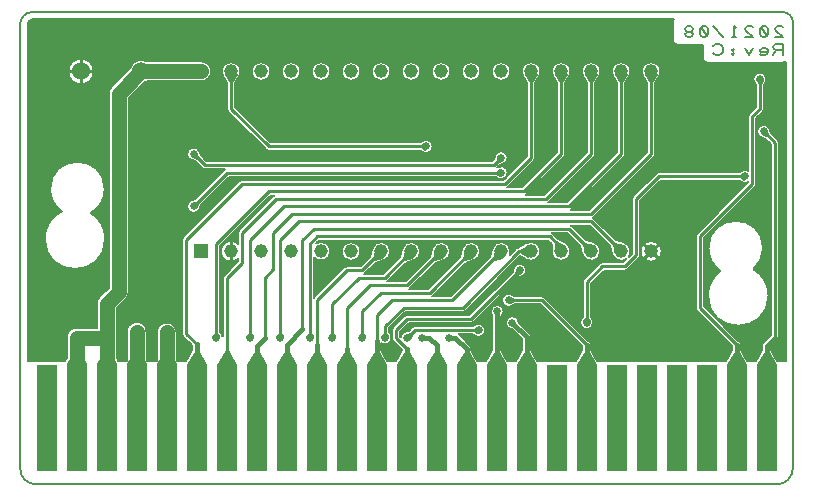
<source format=gbr>
G04 DesignSpark PCB PRO Gerber Version 10.0 Build 5299*
G04 #@! TF.Part,Single*
G04 #@! TF.FileFunction,Copper,L2,Bot*
G04 #@! TF.FilePolarity,Positive*
%FSLAX35Y35*%
%MOIN*%
G04 #@! TA.AperFunction,SMDPad,CuDef*
%ADD28R,0.06693X0.35433*%
G04 #@! TA.AperFunction,ComponentPad*
%ADD72R,0.04559X0.04559*%
G04 #@! TD.AperFunction*
%ADD15C,0.00500*%
%ADD23C,0.01000*%
%ADD24C,0.01500*%
G04 #@! TA.AperFunction,ViaPad*
%ADD27C,0.02677*%
%ADD25C,0.03200*%
G04 #@! TA.AperFunction,ComponentPad*
%ADD73C,0.04559*%
G04 #@! TD.AperFunction*
%ADD22C,0.05000*%
G04 #@! TA.AperFunction,SMDPad,CuDef*
%ADD75C,0.06000*%
G04 #@! TD.AperFunction*
X0Y0D02*
D02*
D15*
X139815Y163109D02*
Y50982D01*
X152327D01*
G75*
G02*
X152416Y51146I2993J-1516D01*
G01*
X152813Y51835D01*
Y58594D01*
G75*
G02*
X156166Y61947I3352J0D01*
G01*
X162813D01*
Y69844D01*
G75*
G02*
X163798Y72218I3352J0D01*
G01*
X166809Y75229D01*
Y139844D01*
G75*
G02*
X167794Y142218I3352J0D01*
G01*
X173949Y148373D01*
G75*
G02*
X179500Y150730I3713J-1028D01*
G01*
X197599D01*
G75*
G02*
X201025Y147378I73J-3352D01*
G01*
G75*
G02*
X197599Y144026I-3353J0D01*
G01*
X179618D01*
G75*
G02*
X178690Y143632I-1956J3319D01*
G01*
X173514Y138456D01*
Y73841D01*
G75*
G02*
X172530Y71467I-3352J0D01*
G01*
X169518Y68456D01*
Y51835D01*
X169915Y51146D01*
G75*
G02*
X170004Y50982I-2904J-1680D01*
G01*
X172813D01*
Y60532D01*
G75*
G02*
Y60559I3333J14D01*
G01*
G75*
G02*
X173795Y62930I3352J0D01*
G01*
X173828Y62963D01*
G75*
G02*
X179518Y60122I2370J-2371D01*
G01*
Y50982D01*
X182813D01*
Y60326D01*
G75*
G02*
X183828Y62728I3352J0D01*
G01*
G75*
G02*
X189535Y60343I2355J-2385D01*
G01*
G75*
G02*
X189518Y60005I-3351J-2D01*
G01*
Y50982D01*
X192592D01*
X194563Y54397D01*
Y56030D01*
X191707Y58887D01*
G75*
G02*
X191309Y59844I955J957D01*
G01*
Y91094D01*
G75*
G02*
X191707Y92052I1352J0D01*
G01*
X210454Y110800D01*
G75*
G02*
X211412Y111197I957J-955D01*
G01*
X298361D01*
X299167Y112002D01*
G75*
G02*
X296606Y111675I-1505J1593D01*
G01*
G75*
G02*
X296566Y111697I640J1189D01*
G01*
X295622Y112242D01*
X206972D01*
X197560Y102830D01*
X197278Y101778D01*
G75*
G02*
X197268Y101740I-1309J352D01*
G01*
G75*
G02*
X192971Y102344I-2106J604D01*
G01*
G75*
G02*
X194557Y104450I2191J0D01*
G01*
G75*
G02*
X194595Y104461I389J-1298D01*
G01*
X195648Y104743D01*
X205454Y114550D01*
G75*
G02*
X205696Y114742I957J-956D01*
G01*
X198912D01*
G75*
G02*
X197954Y115139I0J1352D01*
G01*
X195648Y117446D01*
X194595Y117728D01*
G75*
G02*
X194557Y117739I352J1309D01*
G01*
G75*
G02*
X192971Y119844I604J2106D01*
G01*
G75*
G02*
X197268Y120449I2191J0D01*
G01*
G75*
G02*
X197278Y120411I-1298J-389D01*
G01*
X197560Y119359D01*
X199472Y117447D01*
X294602D01*
X295263Y118109D01*
X295545Y119161D01*
G75*
G02*
X295556Y119199I1309J-352D01*
G01*
G75*
G02*
X299853Y118594I2106J-604D01*
G01*
G75*
G02*
X298266Y116489I-2191J0D01*
G01*
G75*
G02*
X298229Y116478I-389J1298D01*
G01*
X297176Y116196D01*
X296343Y115363D01*
X296566Y115492D01*
G75*
G02*
X296606Y115514I680J-1167D01*
G01*
G75*
G02*
X299254Y112090I1056J-1920D01*
G01*
X306319Y119155D01*
Y143457D01*
X304976Y145783D01*
G75*
G02*
X304540Y147378I2696J1594D01*
G01*
G75*
G02*
X310804I3132J0D01*
G01*
G75*
G02*
X310367Y145783I-3132J0D01*
G01*
X309024Y143457D01*
Y118594D01*
G75*
G02*
X308627Y117637I-1352J0D01*
G01*
X299879Y108889D01*
G75*
G02*
X299637Y108697I-957J956D01*
G01*
X304611D01*
X316319Y120405D01*
Y143457D01*
X314976Y145783D01*
G75*
G02*
X314540Y147378I2696J1594D01*
G01*
G75*
G02*
X320804I3132J0D01*
G01*
G75*
G02*
X320367Y145783I-3132J0D01*
G01*
X319024Y143457D01*
Y119844D01*
G75*
G02*
X318627Y118887I-1352J0D01*
G01*
X306129Y106389D01*
G75*
G02*
X305887Y106197I-957J956D01*
G01*
X312102D01*
X326319Y120415D01*
Y143457D01*
X324976Y145783D01*
G75*
G02*
X324540Y147378I2696J1594D01*
G01*
G75*
G02*
X330804I3132J0D01*
G01*
G75*
G02*
X330367Y145783I-3132J0D01*
G01*
X329024Y143457D01*
Y119854D01*
G75*
G02*
X328627Y118897I-1352J0D01*
G01*
X313619Y103889D01*
G75*
G02*
X313377Y103697I-957J956D01*
G01*
X319611D01*
X336319Y120405D01*
Y143457D01*
X334976Y145783D01*
G75*
G02*
X334540Y147378I2696J1594D01*
G01*
G75*
G02*
X340804I3132J0D01*
G01*
G75*
G02*
X340367Y145783I-3132J0D01*
G01*
X339024Y143457D01*
Y119844D01*
G75*
G02*
X338627Y118887I-1352J0D01*
G01*
X321129Y101389D01*
G75*
G02*
X320887Y101197I-957J956D01*
G01*
X327102D01*
X346319Y120415D01*
Y143457D01*
X344976Y145783D01*
G75*
G02*
X344540Y147378I2696J1594D01*
G01*
G75*
G02*
X350804I3132J0D01*
G01*
G75*
G02*
X350367Y145783I-3132J0D01*
G01*
X349024Y143457D01*
Y119854D01*
G75*
G02*
X348627Y118897I-1352J0D01*
G01*
X328619Y98889D01*
G75*
G02*
X328199Y98604I-957J955D01*
G01*
G75*
G02*
X328663Y98300I-494J-1259D01*
G01*
X335855Y91107D01*
X338482Y90403D01*
G75*
G02*
X338494Y90400I-300J-1187D01*
G01*
G75*
G02*
X340239Y85584I-823J-3022D01*
G01*
X341309Y86655D01*
Y104844D01*
G75*
G02*
X341707Y105802I1352J0D01*
G01*
X349204Y113300D01*
G75*
G02*
X350162Y113697I957J-955D01*
G01*
X376872D01*
X377816Y114242D01*
G75*
G02*
X377856Y114264I680J-1167D01*
G01*
G75*
G02*
X380059Y114211I1056J-1920D01*
G01*
Y132344D01*
G75*
G02*
X380457Y133302I1352J0D01*
G01*
X382559Y135405D01*
Y142805D01*
X382014Y143749D01*
G75*
G02*
X381992Y143788I1167J680D01*
G01*
G75*
G02*
X381721Y144844I1920J1056D01*
G01*
Y144844D01*
G75*
G02*
X386103I2191J0D01*
G01*
Y144844D01*
G75*
G02*
X385831Y143788I-2191J0D01*
G01*
G75*
G02*
X385809Y143749I-1189J640D01*
G01*
X385264Y142805D01*
Y134844D01*
G75*
G02*
X384867Y133887I-1352J0D01*
G01*
X382764Y131784D01*
Y109844D01*
G75*
G02*
X382367Y108887I-1352J0D01*
G01*
X365264Y91784D01*
Y69147D01*
X376530Y57655D01*
G75*
G02*
X377768Y56094I-364J-1561D01*
G01*
Y54397D01*
X379740Y50982D01*
X382592D01*
X384563Y54397D01*
Y55848D01*
G75*
G02*
X385035Y56983I1602J0D01*
G01*
X387559Y59508D01*
Y123034D01*
X385648Y124946D01*
X384595Y125228D01*
G75*
G02*
X384557Y125239I352J1309D01*
G01*
G75*
G02*
X382971Y127344I604J2106D01*
G01*
G75*
G02*
X387268Y127949I2191J0D01*
G01*
G75*
G02*
X387278Y127911I-1298J-389D01*
G01*
X387560Y126859D01*
X389867Y124552D01*
G75*
G02*
X390264Y123594I-955J-957D01*
G01*
Y59454D01*
G75*
G02*
X390045Y57461I-1352J-859D01*
G01*
X387768Y55185D01*
Y54397D01*
X389740Y50982D01*
X392516D01*
Y150589D01*
G75*
G02*
X391734Y150314I-782J975D01*
G01*
X366234D01*
G75*
G02*
X364984Y151564I0J1250D01*
G01*
Y156314D01*
X356234D01*
G75*
G02*
X354984Y157564I0J1250D01*
G01*
Y164064D01*
G75*
G02*
X355161Y164706I1250J0D01*
G01*
X141412D01*
G75*
G03*
X139815Y163109I0J-1596D01*
G01*
X160927Y100191D02*
G75*
G02*
X165719Y91596I-5313J-8595D01*
G01*
G75*
G02*
X145510I-10104J0D01*
G01*
G75*
G02*
X151186Y100678I10104J0D01*
G01*
G75*
G02*
X147321Y108132I5256J7454D01*
G01*
G75*
G02*
X165561I9120J0D01*
G01*
G75*
G02*
X160927Y100191I-9120J0D01*
G01*
X153412Y147344D02*
G75*
G02*
X161912I4250J0D01*
G01*
G75*
G02*
X153412I-4250J0D01*
G01*
X271606Y124264D02*
G75*
G02*
X274853Y122344I1056J-1920D01*
G01*
G75*
G02*
X271606Y120425I-2191J0D01*
G01*
G75*
G02*
X271566Y120447I640J1189D01*
G01*
X270622Y120992D01*
X220162D01*
G75*
G02*
X219204Y121389I0J1352D01*
G01*
X206717Y133877D01*
G75*
G02*
X206319Y134835I955J957D01*
G01*
Y143457D01*
X204976Y145783D01*
G75*
G02*
X204540Y147378I2696J1594D01*
G01*
G75*
G02*
X210804I3132J0D01*
G01*
G75*
G02*
X210367Y145783I-3132J0D01*
G01*
X209024Y143457D01*
Y135395D01*
X220722Y123697D01*
X270622D01*
X271566Y124242D01*
G75*
G02*
X271606Y124264I680J-1167D01*
G01*
X214540Y147378D02*
G75*
G02*
X220804I3132J0D01*
G01*
G75*
G02*
X214540I-3132J0D01*
G01*
X224540D02*
G75*
G02*
X230804I3132J0D01*
G01*
G75*
G02*
X224540I-3132J0D01*
G01*
X234540D02*
G75*
G02*
X240804I3132J0D01*
G01*
G75*
G02*
X234540I-3132J0D01*
G01*
X244540D02*
G75*
G02*
X250804I3132J0D01*
G01*
G75*
G02*
X244540I-3132J0D01*
G01*
X254540D02*
G75*
G02*
X260804I3132J0D01*
G01*
G75*
G02*
X254540I-3132J0D01*
G01*
X264540D02*
G75*
G02*
X270804I3132J0D01*
G01*
G75*
G02*
X264540I-3132J0D01*
G01*
X274540D02*
G75*
G02*
X280804I3132J0D01*
G01*
G75*
G02*
X274540I-3132J0D01*
G01*
X284540D02*
G75*
G02*
X290804I3132J0D01*
G01*
G75*
G02*
X284540I-3132J0D01*
G01*
X294540D02*
G75*
G02*
X300804I3132J0D01*
G01*
G75*
G02*
X294540I-3132J0D01*
G01*
X381752Y81459D02*
G75*
G02*
X386821Y72699I-5035J-8761D01*
G01*
G75*
G02*
X366613I-10104J0D01*
G01*
G75*
G02*
X370793Y80884I10104J0D01*
G01*
G75*
G02*
X366770Y88447I5098J7563D01*
G01*
G75*
G02*
X385010I9120J0D01*
G01*
G75*
G02*
X381752Y81459I-9120J0D01*
G01*
X140065Y80081D02*
G36*
X140065Y80081D02*
Y51232D01*
X152466D01*
X152813Y51835D01*
Y58594D01*
G75*
G02*
X156166Y61947I3352J0D01*
G01*
X162813D01*
Y69844D01*
G75*
G02*
X163798Y72218I3352J0D01*
G01*
X166809Y75229D01*
Y80081D01*
X140065D01*
G37*
X169518Y68456D02*
G36*
X169518Y68456D02*
Y51835D01*
X169866Y51232D01*
X172813D01*
Y60532D01*
Y60559D01*
G75*
G02*
Y60560I4101J0D01*
G01*
G75*
G02*
X173795Y62930I3351J0D01*
G01*
X173828Y62963D01*
G75*
G02*
X179551Y60592I2370J-2371D01*
G01*
G75*
G02*
X179518Y60122I-3353J0D01*
G01*
Y51232D01*
X182813D01*
Y60326D01*
G75*
G02*
X183828Y62728I3355J-1D01*
G01*
G75*
G02*
X189535Y60343I2355J-2385D01*
G01*
G75*
G02*
X189518Y60005I-3450J4D01*
G01*
Y51232D01*
X192736D01*
X194563Y54397D01*
Y56030D01*
X191707Y58887D01*
G75*
G02*
X191309Y59844I953J957D01*
G01*
Y80081D01*
X173514D01*
Y73841D01*
G75*
G02*
X172530Y71467I-3352J0D01*
G01*
X169518Y68456D01*
G37*
X365264Y80081D02*
G36*
X365264Y80081D02*
Y69147D01*
X376530Y57655D01*
G75*
G02*
X377768Y56094I-365J-1561D01*
G01*
Y54397D01*
X379595Y51232D01*
X382736D01*
X384563Y54397D01*
Y55848D01*
Y55849D01*
G75*
G02*
X385035Y56983I1602J0D01*
G01*
X387559Y59508D01*
Y80081D01*
X383617D01*
G75*
G02*
X386821Y72700I-6898J-7381D01*
G01*
G75*
G02*
Y72699I-15038J0D01*
G01*
G75*
G02*
X366613I-10104J0D01*
G01*
G75*
G02*
X369817Y80081I10105J0D01*
G01*
X365264D01*
G37*
X387768Y55185D02*
G36*
X387768Y55185D02*
Y54397D01*
X389595Y51232D01*
X392266D01*
Y80081D01*
X390264D01*
Y59454D01*
G75*
G02*
X390514Y58594I-1352J-859D01*
G01*
G75*
G02*
X390045Y57461I-1602J0D01*
G01*
X387768Y55185D01*
G37*
X140065Y99372D02*
G36*
X140065Y99372D02*
Y80081D01*
X166809D01*
Y99372D01*
X162067D01*
G75*
G02*
X165719Y91597I-6452J-7775D01*
G01*
Y91596D01*
G75*
G02*
X145510I-10104J0D01*
G01*
Y91597D01*
G75*
G02*
X149162Y99372I10104J0D01*
G01*
X140065D01*
G37*
X173514D02*
G36*
X173514Y99372D02*
Y80081D01*
X191309D01*
Y91094D01*
G75*
G02*
Y91095I1253J0D01*
G01*
G75*
G02*
X191707Y92052I1350J0D01*
G01*
X199027Y99372D01*
X173514D01*
G37*
X328619Y98889D02*
G36*
X328619Y98889D02*
G75*
G02*
X328199Y98604I-952J948D01*
G01*
G75*
G02*
X328663Y98300I-496J-1262D01*
G01*
X335855Y91107D01*
X338482Y90403D01*
G75*
G02*
X338494Y90400I-95J-392D01*
G01*
G75*
G02*
X340804Y87378I-823J-3022D01*
G01*
G75*
G02*
X340239Y85584I-3132J0D01*
G01*
X341309Y86655D01*
Y99372D01*
X329102D01*
X328619Y98889D01*
G37*
X365264Y91784D02*
G36*
X365264Y91784D02*
Y80081D01*
X369817D01*
G75*
G02*
X370793Y80884I6900J-7384D01*
G01*
G75*
G02*
X366770Y88447I5098J7563D01*
G01*
G75*
G02*
X385010I9120J0D01*
G01*
Y88446D01*
G75*
G02*
X381752Y81459I-9120J0D01*
G01*
G75*
G02*
X383617Y80081I-5034J-8760D01*
G01*
X387559D01*
Y99372D01*
X372852D01*
X365264Y91784D01*
G37*
X390264Y99372D02*
G36*
X390264Y99372D02*
Y80081D01*
X392266D01*
Y99372D01*
X390264D01*
G37*
X140065Y147344D02*
G36*
X140065Y147344D02*
Y99372D01*
X149162D01*
G75*
G02*
X151186Y100678I6452J-7776D01*
G01*
G75*
G02*
X147321Y108132I5256J7454D01*
G01*
G75*
G02*
X165561I9120J0D01*
G01*
G75*
G02*
X160927Y100191I-9120J0D01*
G01*
G75*
G02*
X162067Y99372I-5313J-8596D01*
G01*
X166809D01*
Y139844D01*
G75*
G02*
X167794Y142218I3352J0D01*
G01*
X172921Y147344D01*
X161912D01*
G75*
G02*
X153412I-4250J0D01*
G01*
X140065D01*
G37*
X173514Y138456D02*
G36*
X173514Y138456D02*
Y99372D01*
X199027D01*
X210454Y110800D01*
G75*
G02*
X211412Y111197I957J-953D01*
G01*
X298361D01*
X299167Y112002D01*
G75*
G02*
X296606Y111675I-1505J1593D01*
G01*
X296566Y111697D01*
X295622Y112242D01*
X206972D01*
X197560Y102830D01*
X197278Y101778D01*
G75*
G02*
X197268Y101740I-753J194D01*
G01*
G75*
G02*
X192971Y102344I-2106J604D01*
G01*
Y102345D01*
G75*
G02*
X194557Y104450I2190J0D01*
G01*
G75*
G02*
X194595Y104461I231J-742D01*
G01*
X195648Y104743D01*
X205454Y114550D01*
G75*
G02*
X205696Y114742I950J-947D01*
G01*
X198912D01*
G75*
G02*
X197954Y115139I-1J1350D01*
G01*
X195648Y117446D01*
X194595Y117728D01*
G75*
G02*
X194557Y117739I194J753D01*
G01*
G75*
G02*
X192971Y119844I604J2106D01*
G01*
Y119844D01*
G75*
G02*
X197268Y120449I2191J0D01*
G01*
G75*
G02*
X197278Y120411I-742J-231D01*
G01*
X197560Y119359D01*
X199472Y117447D01*
X294602D01*
X295263Y118109D01*
X295545Y119161D01*
G75*
G02*
X295556Y119199I753J-194D01*
G01*
G75*
G02*
X299853Y118594I2106J-604D01*
G01*
Y118594D01*
G75*
G02*
X298266Y116489I-2190J0D01*
G01*
G75*
G02*
X298229Y116478I-231J742D01*
G01*
X297176Y116196D01*
X296343Y115363D01*
X296566Y115492D01*
X296606Y115514D01*
G75*
G02*
X299853Y113594I1056J-1920D01*
G01*
G75*
G02*
X299254Y112090I-2191J0D01*
G01*
X306319Y119155D01*
Y143457D01*
X304976Y145783D01*
G75*
G02*
X304540Y147344I2697J1595D01*
G01*
X300804D01*
G75*
G02*
X294540I-3132J33D01*
G01*
X290804D01*
G75*
G02*
X284540I-3132J33D01*
G01*
X280804D01*
G75*
G02*
X274540I-3132J33D01*
G01*
X270804D01*
G75*
G02*
X264540I-3132J33D01*
G01*
X260804D01*
G75*
G02*
X254540I-3132J33D01*
G01*
X250804D01*
G75*
G02*
X244540I-3132J33D01*
G01*
X240804D01*
G75*
G02*
X234540I-3132J33D01*
G01*
X230804D01*
G75*
G02*
X224540I-3132J33D01*
G01*
X220804D01*
G75*
G02*
X214540I-3132J33D01*
G01*
X210804D01*
G75*
G02*
X210367Y145783I-3133J34D01*
G01*
X209024Y143457D01*
Y135395D01*
X220722Y123697D01*
X270622D01*
X271566Y124242D01*
X271606Y124264D01*
G75*
G02*
X274853Y122344I1056J-1920D01*
G01*
G75*
G02*
X271606Y120425I-2191J0D01*
G01*
X271566Y120447D01*
X270622Y120992D01*
X220162D01*
G75*
G02*
X219204Y121389I-1J1350D01*
G01*
X206717Y133877D01*
G75*
G02*
X206319Y134834I953J957D01*
G01*
G75*
G02*
Y134835I1253J0D01*
G01*
Y143457D01*
X204976Y145783D01*
G75*
G02*
X204540Y147344I2697J1595D01*
G01*
X201025D01*
G75*
G02*
X197599Y144026I-3353J33D01*
G01*
X179618D01*
G75*
G02*
X178690Y143632I-1961J3330D01*
G01*
X173514Y138456D01*
G37*
X299879Y108889D02*
G36*
X299879Y108889D02*
G75*
G02*
X299637Y108697I-950J947D01*
G01*
X304611D01*
X316319Y120405D01*
Y143457D01*
X314976Y145783D01*
G75*
G02*
X314540Y147344I2697J1595D01*
G01*
X310804D01*
G75*
G02*
X310367Y145783I-3133J34D01*
G01*
X309024Y143457D01*
Y118594D01*
G75*
G02*
X308627Y117637I-1350J-1D01*
G01*
X299879Y108889D01*
G37*
X306129Y106389D02*
G36*
X306129Y106389D02*
G75*
G02*
X305887Y106197I-950J947D01*
G01*
X312102D01*
X326319Y120415D01*
Y143457D01*
X324976Y145783D01*
G75*
G02*
X324540Y147344I2697J1595D01*
G01*
X320804D01*
G75*
G02*
X320367Y145783I-3133J34D01*
G01*
X319024Y143457D01*
Y119844D01*
G75*
G02*
X318627Y118887I-1350J-1D01*
G01*
X306129Y106389D01*
G37*
X313619Y103889D02*
G36*
X313619Y103889D02*
G75*
G02*
X313377Y103697I-950J947D01*
G01*
X319611D01*
X336319Y120405D01*
Y143457D01*
X334976Y145783D01*
G75*
G02*
X334540Y147344I2697J1595D01*
G01*
X330804D01*
G75*
G02*
X330367Y145783I-3133J34D01*
G01*
X329024Y143457D01*
Y119854D01*
G75*
G02*
X328627Y118897I-1350J-1D01*
G01*
X313619Y103889D01*
G37*
X321129Y101389D02*
G36*
X321129Y101389D02*
G75*
G02*
X320887Y101197I-950J947D01*
G01*
X327102D01*
X346319Y120415D01*
Y143457D01*
X344976Y145783D01*
G75*
G02*
X344540Y147344I2697J1595D01*
G01*
X340804D01*
G75*
G02*
X340367Y145783I-3133J34D01*
G01*
X339024Y143457D01*
Y119844D01*
G75*
G02*
X338627Y118887I-1350J-1D01*
G01*
X321129Y101389D01*
G37*
X329102Y99372D02*
G36*
X329102Y99372D02*
X341309D01*
Y104844D01*
G75*
G02*
Y104845I1253J0D01*
G01*
G75*
G02*
X341707Y105802I1350J0D01*
G01*
X349204Y113300D01*
G75*
G02*
X350162Y113697I957J-953D01*
G01*
X376872D01*
X377816Y114242D01*
X377856Y114264D01*
G75*
G02*
X380059Y114211I1056J-1919D01*
G01*
Y132344D01*
G75*
G02*
Y132345I1253J0D01*
G01*
G75*
G02*
X380457Y133302I1350J0D01*
G01*
X382559Y135405D01*
Y142805D01*
X382014Y143749D01*
X381992Y143788D01*
G75*
G02*
X381721Y144844I1918J1056D01*
G01*
Y144844D01*
Y144844D01*
G75*
G02*
X386103I2191J0D01*
G01*
Y144844D01*
Y144844D01*
G75*
G02*
X385831Y143788I-2189J0D01*
G01*
X385809Y143749D01*
X385264Y142805D01*
Y134844D01*
G75*
G02*
X384867Y133887I-1350J-1D01*
G01*
X382764Y131784D01*
Y109844D01*
G75*
G02*
X382367Y108887I-1350J-1D01*
G01*
X372852Y99372D01*
X387559D01*
Y123034D01*
X385648Y124946D01*
X384595Y125228D01*
G75*
G02*
X384557Y125239I194J753D01*
G01*
G75*
G02*
X382971Y127344I604J2106D01*
G01*
Y127344D01*
G75*
G02*
X387268Y127949I2191J0D01*
G01*
G75*
G02*
X387278Y127911I-742J-231D01*
G01*
X387560Y126859D01*
X389867Y124552D01*
G75*
G02*
X390264Y123595I-953J-957D01*
G01*
G75*
G02*
Y123594I-1253J0D01*
G01*
Y99372D01*
X392266D01*
Y147344D01*
X350804D01*
G75*
G02*
X350367Y145783I-3133J34D01*
G01*
X349024Y143457D01*
Y119854D01*
G75*
G02*
X348627Y118897I-1350J-1D01*
G01*
X329102Y99372D01*
G37*
X140065Y163967D02*
G36*
X140065Y163967D02*
Y147344D01*
X153412D01*
G75*
G02*
X161912I4250J0D01*
G01*
X172921D01*
X173949Y148373D01*
G75*
G02*
X179500Y150730I3713J-1029D01*
G01*
X197599D01*
G75*
G02*
X201025Y147378I73J-3352D01*
G01*
G75*
G02*
Y147344I-3358J-17D01*
G01*
X204540D01*
G75*
G02*
Y147378I3138J17D01*
G01*
G75*
G02*
X210804I3132J0D01*
G01*
G75*
G02*
Y147344I-3138J-17D01*
G01*
X214540D01*
G75*
G02*
Y147378I3133J17D01*
G01*
G75*
G02*
X220804I3132J0D01*
G01*
G75*
G02*
Y147344I-3133J-17D01*
G01*
X224540D01*
G75*
G02*
Y147378I3133J17D01*
G01*
G75*
G02*
X230804I3132J0D01*
G01*
G75*
G02*
Y147344I-3133J-17D01*
G01*
X234540D01*
G75*
G02*
Y147378I3133J17D01*
G01*
G75*
G02*
X240804I3132J0D01*
G01*
G75*
G02*
Y147344I-3133J-17D01*
G01*
X244540D01*
G75*
G02*
Y147378I3133J17D01*
G01*
G75*
G02*
X250804I3132J0D01*
G01*
G75*
G02*
Y147344I-3133J-17D01*
G01*
X254540D01*
G75*
G02*
Y147378I3133J17D01*
G01*
G75*
G02*
X260804I3132J0D01*
G01*
G75*
G02*
Y147344I-3133J-17D01*
G01*
X264540D01*
G75*
G02*
Y147378I3133J17D01*
G01*
G75*
G02*
X270804I3132J0D01*
G01*
G75*
G02*
Y147344I-3133J-17D01*
G01*
X274540D01*
G75*
G02*
Y147378I3133J17D01*
G01*
G75*
G02*
X280804I3132J0D01*
G01*
G75*
G02*
Y147344I-3133J-17D01*
G01*
X284540D01*
G75*
G02*
Y147378I3133J17D01*
G01*
G75*
G02*
X290804I3132J0D01*
G01*
G75*
G02*
Y147344I-3133J-17D01*
G01*
X294540D01*
G75*
G02*
Y147378I3133J17D01*
G01*
G75*
G02*
X300804I3132J0D01*
G01*
G75*
G02*
Y147344I-3133J-17D01*
G01*
X304540D01*
G75*
G02*
Y147378I3138J17D01*
G01*
G75*
G02*
X310804I3132J0D01*
G01*
G75*
G02*
Y147344I-3138J-17D01*
G01*
X314540D01*
G75*
G02*
Y147378I3138J17D01*
G01*
G75*
G02*
X320804I3132J0D01*
G01*
G75*
G02*
Y147344I-3138J-17D01*
G01*
X324540D01*
G75*
G02*
Y147378I3138J17D01*
G01*
G75*
G02*
X330804I3132J0D01*
G01*
G75*
G02*
Y147344I-3138J-17D01*
G01*
X334540D01*
G75*
G02*
Y147378I3138J17D01*
G01*
G75*
G02*
X340804I3132J0D01*
G01*
G75*
G02*
Y147344I-3138J-17D01*
G01*
X344540D01*
G75*
G02*
Y147378I3138J17D01*
G01*
G75*
G02*
X350804I3132J0D01*
G01*
G75*
G02*
Y147344I-3138J-17D01*
G01*
X392266D01*
Y150433D01*
G75*
G02*
X391734Y150314I-532J1132D01*
G01*
X366234D01*
G75*
G02*
X364984Y151564I0J1250D01*
G01*
Y156314D01*
X356234D01*
G75*
G02*
X354984Y157564I0J1250D01*
G01*
Y164064D01*
G75*
G02*
Y164065I1230J1D01*
G01*
G75*
G02*
X355047Y164456I1246J0D01*
G01*
X140554D01*
G75*
G03*
X140065Y163967I858J-1347D01*
G01*
G37*
X142627Y9707D02*
X389487D01*
G75*
G03*
X394985Y15204I0J5497D01*
G01*
Y163602D01*
G75*
G03*
X391412Y167174I-3573J0D01*
G01*
X141412D01*
G75*
G03*
X137347Y163109I0J-4065D01*
G01*
Y14987D01*
G75*
G03*
X142627Y9707I5280J0D01*
G01*
X204014Y89284D02*
Y60634D01*
X204559Y59690D01*
G75*
G02*
X204581Y59651I-1167J-680D01*
G01*
G75*
G02*
X204813Y59008I-1920J-1056D01*
G01*
Y78348D01*
G75*
G02*
X205211Y79306I1352J0D01*
G01*
X210059Y84155D01*
Y84779D01*
G75*
G02*
X204142Y87378I-2388J2599D01*
G01*
G75*
G02*
X210059Y89977I3530J0D01*
G01*
Y93594D01*
G75*
G02*
X210457Y94552I1352J0D01*
G01*
X221704Y105800D01*
G75*
G02*
X221946Y105992I957J-956D01*
G01*
X220722D01*
X204014Y89284D01*
G36*
X204014Y89284D02*
Y60634D01*
X204559Y59690D01*
G75*
G02*
X204581Y59651I-1167J-680D01*
G01*
G75*
G02*
X204813Y59008I-1920J-1056D01*
G01*
Y78348D01*
G75*
G02*
X205211Y79306I1352J0D01*
G01*
X210059Y84155D01*
Y84779D01*
G75*
G02*
X204142Y87378I-2388J2599D01*
G01*
G75*
G02*
X210059Y89977I3530J0D01*
G01*
Y93594D01*
G75*
G02*
X210457Y94552I1352J0D01*
G01*
X221704Y105800D01*
G75*
G02*
X221946Y105992I957J-956D01*
G01*
X220722D01*
X204014Y89284D01*
G37*
X235264Y85375D02*
Y71810D01*
G75*
G02*
X235457Y72052I1148J-715D01*
G01*
X245454Y82050D01*
G75*
G02*
X246412Y82447I957J-955D01*
G01*
X250852D01*
X253952Y85547D01*
X254634Y88142D01*
G75*
G02*
X260804Y87378I3037J-764D01*
G01*
G75*
G02*
X258477Y84351I-3132J0D01*
G01*
X255869Y83639D01*
X252369Y80139D01*
G75*
G02*
X252127Y79947I-957J956D01*
G01*
X258352D01*
X263952Y85547D01*
X264634Y88142D01*
G75*
G02*
X270804Y87378I3037J-764D01*
G01*
G75*
G02*
X268477Y84351I-3132J0D01*
G01*
X265869Y83639D01*
X259869Y77639D01*
G75*
G02*
X259627Y77447I-957J956D01*
G01*
X265828D01*
X273943Y85561D01*
X274646Y88189D01*
G75*
G02*
X274650Y88201I1187J-300D01*
G01*
G75*
G02*
X280804Y87378I3022J-823D01*
G01*
G75*
G02*
X278494Y84356I-3132J0D01*
G01*
G75*
G02*
X278482Y84353I-406J1549D01*
G01*
X275855Y83649D01*
X267346Y75139D01*
G75*
G02*
X267104Y74947I-957J956D01*
G01*
X273328D01*
X283943Y85561D01*
X284646Y88189D01*
G75*
G02*
X284650Y88201I1187J-300D01*
G01*
G75*
G02*
X290804Y87378I3022J-823D01*
G01*
G75*
G02*
X288494Y84356I-3132J0D01*
G01*
G75*
G02*
X288482Y84353I-406J1549D01*
G01*
X285855Y83649D01*
X274846Y72639D01*
G75*
G02*
X274604Y72447I-957J956D01*
G01*
X280852D01*
X293952Y85547D01*
X294634Y88142D01*
G75*
G02*
X300804Y87378I3037J-764D01*
G01*
G75*
G02*
X300509Y86052I-3132J0D01*
G01*
X302790Y88333D01*
G75*
G02*
X303748Y88730I957J-955D01*
G01*
X303750D01*
X306077Y90074D01*
G75*
G02*
X310804Y87378I1594J-2696D01*
G01*
G75*
G02*
X306077Y84682I-3132J0D01*
G01*
X304104Y85822D01*
X285922Y67639D01*
G75*
G02*
X284964Y67242I-957J955D01*
G01*
X265722D01*
X260264Y61784D01*
Y60634D01*
X260809Y59690D01*
G75*
G02*
X260831Y59651I-1167J-680D01*
G01*
G75*
G02*
X261103Y58595I-1920J-1056D01*
G01*
Y58594D01*
G75*
G02*
X257768Y56726I-2191J0D01*
G01*
Y54397D01*
X259740Y50982D01*
X262592D01*
X264563Y54397D01*
Y54534D01*
X261707Y57391D01*
G75*
G02*
X261309Y58348I955J957D01*
G01*
Y61094D01*
G75*
G02*
X261707Y62052I1352J0D01*
G01*
X265454Y65800D01*
G75*
G02*
X266412Y66197I957J-955D01*
G01*
X287102D01*
X301513Y80609D01*
X301795Y81661D01*
G75*
G02*
X301806Y81699I1309J-352D01*
G01*
G75*
G02*
X306103Y81094I2106J-604D01*
G01*
G75*
G02*
X304516Y78989I-2191J0D01*
G01*
G75*
G02*
X304479Y78978I-389J1298D01*
G01*
X303426Y78696D01*
X288619Y63889D01*
G75*
G02*
X287662Y63492I-957J955D01*
G01*
X266972D01*
X264014Y60534D01*
Y58909D01*
X264223Y58699D01*
G75*
G02*
X265807Y60700I2189J-105D01*
G01*
G75*
G02*
X265845Y60711I389J-1298D01*
G01*
X266898Y60993D01*
X267954Y62050D01*
G75*
G02*
X268912Y62447I957J-955D01*
G01*
X288122D01*
X289066Y62992D01*
G75*
G02*
X289106Y63014I680J-1167D01*
G01*
G75*
G02*
X292353Y61094I1056J-1920D01*
G01*
G75*
G02*
X289106Y59175I-2191J0D01*
G01*
G75*
G02*
X289066Y59197I640J1189D01*
G01*
X288122Y59742D01*
X283534D01*
G75*
G02*
X283549Y59728I-1117J-1163D01*
G01*
X287299Y55978D01*
G75*
G02*
X287768Y54844I-1133J-1133D01*
G01*
G75*
G02*
Y54841I-621J-2D01*
G01*
Y54397D01*
X289740Y50982D01*
X292592D01*
X294563Y54397D01*
Y66168D01*
G75*
G02*
X294221Y67344I1849J1176D01*
G01*
G75*
G02*
X298603I2191J0D01*
G01*
G75*
G02*
X297768Y65624I-2191J0D01*
G01*
Y54397D01*
X299740Y50982D01*
X302592D01*
X304563Y54397D01*
Y58177D01*
X301335Y61405D01*
G75*
G02*
X299221Y63594I76J2190D01*
G01*
G75*
G02*
X303602Y63671I2191J0D01*
G01*
X307297Y59976D01*
G75*
G02*
X307768Y58841I-1131J-1135D01*
G01*
Y54397D01*
X309740Y50982D01*
X322592D01*
X324563Y54397D01*
Y55784D01*
X310606Y69742D01*
X302202D01*
X301257Y69197D01*
G75*
G02*
X301218Y69175I-680J1167D01*
G01*
G75*
G02*
X297971Y71094I-1056J1920D01*
G01*
G75*
G02*
X301218Y73014I2191J0D01*
G01*
G75*
G02*
X301257Y72992I-640J-1189D01*
G01*
X302202Y72447D01*
X311166D01*
G75*
G02*
X312123Y72050I0J-1352D01*
G01*
X326514Y57659D01*
G75*
G02*
X327768Y56094I-348J-1564D01*
G01*
Y54397D01*
X329740Y50982D01*
X372592D01*
X374563Y54397D01*
Y55797D01*
X362947Y67646D01*
G75*
G02*
X362559Y68594I965J948D01*
G01*
Y92344D01*
G75*
G02*
X362957Y93302I1352J0D01*
G01*
X380059Y110405D01*
Y110478D01*
G75*
G02*
X377856Y110425I-1148J1867D01*
G01*
G75*
G02*
X377816Y110447I640J1189D01*
G01*
X376872Y110992D01*
X350722D01*
X344014Y104284D01*
Y86094D01*
G75*
G02*
X343617Y85137I-1352J0D01*
G01*
X339869Y81389D01*
G75*
G02*
X338912Y80992I-957J955D01*
G01*
X331972D01*
X327518Y76538D01*
Y65634D01*
X328063Y64690D01*
G75*
G02*
X328085Y64651I-1167J-680D01*
G01*
G75*
G02*
X328357Y63595I-1920J-1056D01*
G01*
Y63594D01*
G75*
G02*
X323975I-2191J0D01*
G01*
Y63595D01*
G75*
G02*
X324246Y64651I2191J0D01*
G01*
G75*
G02*
X324268Y64690I1189J-640D01*
G01*
X324813Y65634D01*
Y77098D01*
G75*
G02*
X325211Y78056I1352J0D01*
G01*
X330454Y83300D01*
G75*
G02*
X331412Y83697I957J-955D01*
G01*
X338352D01*
X339465Y84810D01*
G75*
G02*
X334650Y86555I-1794J2568D01*
G01*
G75*
G02*
X334646Y86567I1549J406D01*
G01*
X333943Y89194D01*
X327145Y95992D01*
X320920D01*
G75*
G02*
X321163Y95800I-715J-1148D01*
G01*
X325855Y91107D01*
X328482Y90403D01*
G75*
G02*
X328494Y90400I-300J-1187D01*
G01*
G75*
G02*
X330804Y87378I-823J-3022D01*
G01*
G75*
G02*
X324650Y86555I-3132J0D01*
G01*
G75*
G02*
X324646Y86567I1549J406D01*
G01*
X323943Y89194D01*
X319645Y93492D01*
X314627D01*
G75*
G02*
X314869Y93300I-715J-1148D01*
G01*
X316652Y91517D01*
X319163Y90131D01*
G75*
G02*
X320804Y87378I-1492J-2754D01*
G01*
G75*
G02*
X314540Y87350I-3132J0D01*
G01*
X314491Y89853D01*
X313352Y90992D01*
X236972D01*
X236017Y90037D01*
G75*
G02*
X240804Y87378I1655J-2659D01*
G01*
G75*
G02*
X235264Y85375I-3132J0D01*
G01*
X344142Y87378D02*
G75*
G02*
X351201I3530J0D01*
G01*
G75*
G02*
X344142I-3530J0D01*
G01*
X244540D02*
G75*
G02*
X250804I3132J0D01*
G01*
G75*
G02*
X244540I-3132J0D01*
G01*
X235514Y85108D02*
G36*
X235514Y85108D02*
Y72109D01*
X245454Y82050D01*
G75*
G02*
X246412Y82447I957J-953D01*
G01*
X250852D01*
X253952Y85547D01*
X254433Y87378D01*
X250804D01*
G75*
G02*
X244540I-3132J0D01*
G01*
X240804D01*
G75*
G02*
X235514Y85108I-3132J0D01*
G01*
G37*
X252369Y80139D02*
G36*
X252369Y80139D02*
G75*
G02*
X252127Y79947I-950J947D01*
G01*
X258352D01*
X263952Y85547D01*
X264433Y87378D01*
X260804D01*
Y87378D01*
G75*
G02*
X258477Y84351I-3131J0D01*
G01*
X255869Y83639D01*
X252369Y80139D01*
G37*
X257768Y56726D02*
G36*
X257768Y56726D02*
Y54397D01*
X259595Y51232D01*
X262736D01*
X264563Y54397D01*
Y54534D01*
X261707Y57391D01*
G75*
G02*
X261309Y58348I953J957D01*
G01*
Y61094D01*
G75*
G02*
Y61095I1253J0D01*
G01*
G75*
G02*
X261707Y62052I1350J0D01*
G01*
X265454Y65800D01*
G75*
G02*
X266412Y66197I957J-953D01*
G01*
X287102D01*
X301513Y80609D01*
X301795Y81661D01*
G75*
G02*
X301806Y81699I753J-194D01*
G01*
G75*
G02*
X306103Y81094I2106J-604D01*
G01*
Y81094D01*
G75*
G02*
X304516Y78989I-2190J0D01*
G01*
G75*
G02*
X304479Y78978I-231J742D01*
G01*
X303426Y78696D01*
X288619Y63889D01*
G75*
G02*
X287662Y63492I-957J953D01*
G01*
X266972D01*
X264014Y60534D01*
Y58909D01*
X264223Y58699D01*
G75*
G02*
X265807Y60700I2188J-104D01*
G01*
G75*
G02*
X265845Y60711I231J-742D01*
G01*
X266898Y60993D01*
X267954Y62050D01*
G75*
G02*
X268912Y62447I957J-953D01*
G01*
X288122D01*
X289066Y62992D01*
X289106Y63014D01*
G75*
G02*
X292353Y61094I1056J-1920D01*
G01*
G75*
G02*
X289106Y59175I-2191J0D01*
G01*
X289066Y59197D01*
X288122Y59742D01*
X283534D01*
G75*
G02*
X283549Y59728I-262J-284D01*
G01*
X287299Y55978D01*
G75*
G02*
X287768Y54844I-1133J-1133D01*
G01*
Y54844D01*
Y54841D01*
Y54397D01*
X289595Y51232D01*
X292736D01*
X294563Y54397D01*
Y66168D01*
G75*
G02*
X294221Y67344I1850J1177D01*
G01*
G75*
G02*
X298603I2191J0D01*
G01*
G75*
G02*
X297768Y65624I-2191J0D01*
G01*
Y54397D01*
X299595Y51232D01*
X302736D01*
X304563Y54397D01*
Y58177D01*
X301335Y61405D01*
G75*
G02*
X299221Y63594I77J2190D01*
G01*
G75*
G02*
X303602Y63671I2191J0D01*
G01*
X307297Y59976D01*
G75*
G02*
X307768Y58841I-1130J-1135D01*
G01*
Y58841D01*
Y54397D01*
X309595Y51232D01*
X322736D01*
X324563Y54397D01*
Y55784D01*
X310606Y69742D01*
X302202D01*
X301257Y69197D01*
X301218Y69175D01*
G75*
G02*
X297971Y71094I-1056J1920D01*
G01*
G75*
G02*
X301218Y73014I2191J0D01*
G01*
X301257Y72992D01*
X302202Y72447D01*
X311166D01*
G75*
G02*
X312123Y72050I1J-1350D01*
G01*
X326514Y57659D01*
G75*
G02*
X327768Y56094I-349J-1565D01*
G01*
Y54397D01*
X329595Y51232D01*
X372736D01*
X374563Y54397D01*
Y55797D01*
X362947Y67646D01*
G75*
G02*
X362559Y68594I966J948D01*
G01*
Y87378D01*
X351201D01*
G75*
G02*
X344142I-3530J0D01*
G01*
X344014D01*
Y86094D01*
G75*
G02*
X343617Y85137I-1350J-1D01*
G01*
X339869Y81389D01*
G75*
G02*
X338912Y80992I-957J953D01*
G01*
X331972D01*
X327518Y76538D01*
Y65634D01*
X328063Y64690D01*
X328085Y64651D01*
G75*
G02*
X328357Y63595I-1918J-1056D01*
G01*
Y63595D01*
Y63594D01*
G75*
G02*
X323975I-2191J0D01*
G01*
Y63595D01*
Y63595D01*
G75*
G02*
X324246Y64651I2189J0D01*
G01*
X324268Y64690D01*
X324813Y65634D01*
Y77098D01*
G75*
G02*
Y77099I1253J0D01*
G01*
G75*
G02*
X325211Y78056I1350J0D01*
G01*
X330454Y83300D01*
G75*
G02*
X331412Y83697I957J-953D01*
G01*
X338352D01*
X339465Y84810D01*
G75*
G02*
X334650Y86555I-1794J2568D01*
G01*
G75*
G02*
X334646Y86567I389J107D01*
G01*
X334429Y87378D01*
X330804D01*
G75*
G02*
X324650Y86555I-3132J0D01*
G01*
G75*
G02*
X324646Y86567I389J107D01*
G01*
X324429Y87378D01*
X320804D01*
G75*
G02*
X314540Y87350I-3132J0D01*
G01*
X314539Y87378D01*
X310804D01*
G75*
G02*
X306077Y84682I-3132J0D01*
G01*
X304104Y85822D01*
X285922Y67639D01*
G75*
G02*
X284964Y67242I-957J953D01*
G01*
X265722D01*
X260264Y61784D01*
Y60634D01*
X260809Y59690D01*
X260831Y59651D01*
G75*
G02*
X261103Y58595I-1918J-1056D01*
G01*
Y58595D01*
Y58594D01*
Y58594D01*
G75*
G02*
X257768Y56726I-2191J0D01*
G01*
G37*
X259869Y77639D02*
G36*
X259869Y77639D02*
G75*
G02*
X259627Y77447I-950J947D01*
G01*
X265828D01*
X273943Y85561D01*
X274429Y87378D01*
X270804D01*
Y87378D01*
G75*
G02*
X268477Y84351I-3131J0D01*
G01*
X265869Y83639D01*
X259869Y77639D01*
G37*
X267346Y75139D02*
G36*
X267346Y75139D02*
G75*
G02*
X267104Y74947I-950J947D01*
G01*
X273328D01*
X283943Y85561D01*
X284429Y87378D01*
X280804D01*
G75*
G02*
X278494Y84356I-3132J0D01*
G01*
G75*
G02*
X278482Y84353I-107J389D01*
G01*
X275855Y83649D01*
X267346Y75139D01*
G37*
X274846Y72639D02*
G36*
X274846Y72639D02*
G75*
G02*
X274604Y72447I-950J947D01*
G01*
X280852D01*
X293952Y85547D01*
X294433Y87378D01*
X290804D01*
G75*
G02*
X288494Y84356I-3132J0D01*
G01*
G75*
G02*
X288482Y84353I-107J389D01*
G01*
X285855Y83649D01*
X274846Y72639D01*
G37*
X300804Y87377D02*
G36*
X300804Y87377D02*
G75*
G02*
X300509Y86052I-3129J0D01*
G01*
X301835Y87378D01*
X300804D01*
G75*
G02*
Y87377I-3007J0D01*
G01*
G37*
X236972Y90992D02*
G36*
X236972Y90992D02*
X236017Y90037D01*
G75*
G02*
X240804Y87378I1655J-2659D01*
G01*
X244540D01*
G75*
G02*
X250804I3132J0D01*
G01*
X254433D01*
X254634Y88142D01*
G75*
G02*
X260804Y87378I3037J-764D01*
G01*
X264433D01*
X264634Y88142D01*
G75*
G02*
X270804Y87378I3037J-764D01*
G01*
X274429D01*
X274646Y88189D01*
G75*
G02*
X274650Y88201I392J-95D01*
G01*
G75*
G02*
X280804Y87378I3022J-823D01*
G01*
X284429D01*
X284646Y88189D01*
G75*
G02*
X284650Y88201I392J-95D01*
G01*
G75*
G02*
X290804Y87378I3022J-823D01*
G01*
X294433D01*
X294634Y88142D01*
G75*
G02*
X300804Y87378I3037J-764D01*
G01*
X301835D01*
X302790Y88333D01*
G75*
G02*
X303748Y88730I957J-953D01*
G01*
X303750D01*
X306077Y90074D01*
G75*
G02*
X310804Y87378I1594J-2696D01*
G01*
X314539D01*
X314491Y89853D01*
X313352Y90992D01*
X236972D01*
G37*
X314627Y93492D02*
G36*
X314627Y93492D02*
G75*
G02*
X314869Y93300I-708J-1139D01*
G01*
X316652Y91517D01*
X319163Y90131D01*
G75*
G02*
X320804Y87378I-1493J-2755D01*
G01*
X324429D01*
X323943Y89194D01*
X319645Y93492D01*
X314627D01*
G37*
X320920Y95992D02*
G36*
X320920Y95992D02*
G75*
G02*
X321163Y95800I-708J-1139D01*
G01*
X325855Y91107D01*
X328482Y90403D01*
G75*
G02*
X328494Y90400I-95J-392D01*
G01*
G75*
G02*
X330804Y87378I-823J-3022D01*
G01*
X334429D01*
X333943Y89194D01*
X327145Y95992D01*
X320920D01*
G37*
X344014Y104284D02*
G36*
X344014Y104284D02*
Y87378D01*
X344142D01*
G75*
G02*
X351201I3530J0D01*
G01*
X362559D01*
Y92344D01*
G75*
G02*
Y92345I1253J0D01*
G01*
G75*
G02*
X362957Y93302I1350J0D01*
G01*
X379809Y110155D01*
Y110346D01*
G75*
G02*
X377856Y110425I-898J1998D01*
G01*
X377816Y110447D01*
X377305Y110742D01*
X350472D01*
X344014Y104284D01*
G37*
X388984Y158752D02*
X391484D01*
X389297Y160939D01*
X388984Y161564D01*
X389297Y162189D01*
X389922Y162502D01*
X390859D01*
X391484Y162189D01*
X386172Y159064D02*
X385547Y158752D01*
X384922D01*
X384297Y159064D01*
X383984Y159689D01*
Y161564D01*
X384297Y162189D01*
X384922Y162502D01*
X385547D01*
X386172Y162189D01*
X386484Y161564D01*
Y159689D01*
X386172Y159064D01*
X384297Y162189D01*
X378984Y158752D02*
X381484D01*
X379297Y160939D01*
X378984Y161564D01*
X379297Y162189D01*
X379922Y162502D01*
X380859D01*
X381484Y162189D01*
X375859Y158752D02*
X374609D01*
X375234D02*
Y162502D01*
X375859Y161877D01*
X371484Y158752D02*
X368359Y162502D01*
X366172Y159064D02*
X365547Y158752D01*
X364922D01*
X364297Y159064D01*
X363984Y159689D01*
Y161564D01*
X364297Y162189D01*
X364922Y162502D01*
X365547D01*
X366172Y162189D01*
X366484Y161564D01*
Y159689D01*
X366172Y159064D01*
X364297Y162189D01*
X360547Y160627D02*
X359922D01*
X359297Y160939D01*
X358984Y161564D01*
X359297Y162189D01*
X359922Y162502D01*
X360547D01*
X361172Y162189D01*
X361484Y161564D01*
X361172Y160939D01*
X360547Y160627D01*
X361172Y160314D01*
X361484Y159689D01*
X361172Y159064D01*
X360547Y158752D01*
X359922D01*
X359297Y159064D01*
X358984Y159689D01*
X359297Y160314D01*
X359922Y160627D01*
X391484Y152752D02*
Y156502D01*
X389297D01*
X388672Y156189D01*
X388359Y155564D01*
X388672Y154939D01*
X389297Y154627D01*
X391484D01*
X389297D02*
X388359Y152752D01*
X383984Y153064D02*
X384297Y152752D01*
X384922D01*
X385547D01*
X386172Y153064D01*
X386484Y153689D01*
Y154627D01*
X386172Y154939D01*
X385547Y155252D01*
X384922D01*
X384297Y154939D01*
X383984Y154627D01*
Y154314D01*
X384297Y154002D01*
X384922Y153689D01*
X385547D01*
X386172Y154002D01*
X386484Y154314D01*
X381484Y155252D02*
X380234Y152752D01*
X378984Y155252D01*
X374922Y152752D02*
X374609Y153064D01*
X374922Y153377D01*
X375234Y153064D01*
X374922Y152752D01*
Y154314D02*
X374609Y154627D01*
X374922Y154939D01*
X375234Y154627D01*
X374922Y154314D01*
X368359Y153377D02*
X368672Y153064D01*
X369297Y152752D01*
X370234D01*
X370859Y153064D01*
X371172Y153377D01*
X371484Y154002D01*
Y155252D01*
X371172Y155877D01*
X370859Y156189D01*
X370234Y156502D01*
X369297D01*
X368672Y156189D01*
X368359Y155877D01*
D02*
D22*
X156166Y31754D02*
Y58594D01*
X166166D01*
X156166Y50937D02*
X155319Y49470D01*
X157012D01*
X156166Y50937D01*
G36*
X156166Y50937D02*
X155319Y49470D01*
X157012D01*
X156166Y50937D01*
G37*
X166166Y31754D02*
Y58594D01*
Y50937D02*
X165319Y49470D01*
X167012D01*
X166166Y50937D01*
G36*
X166166Y50937D02*
X165319Y49470D01*
X167012D01*
X166166Y50937D01*
G37*
X170162Y77344D02*
Y134844D01*
Y77344D02*
Y73841D01*
X166166Y69844D01*
Y58594D01*
X176166Y31754D02*
Y60559D01*
X176199Y60593D01*
X176166Y50937D02*
X175319Y49470D01*
X177012D01*
X176166Y50937D01*
G36*
X176166Y50937D02*
X175319Y49470D01*
X177012D01*
X176166Y50937D01*
G37*
X177662Y147344D02*
X170162Y139844D01*
Y134844D01*
X186166Y31754D02*
Y60326D01*
X186183Y60343D01*
X186166Y50937D02*
X185319Y49470D01*
X187012D01*
X186166Y50937D01*
G36*
X186166Y50937D02*
X185319Y49470D01*
X187012D01*
X186166Y50937D01*
G37*
X197672Y147378D02*
X177695D01*
X177662Y147344D01*
D02*
D23*
X155162D02*
X153162D01*
X157662Y144844D02*
Y142844D01*
Y149844D02*
Y151844D01*
X160162Y147344D02*
X162162D01*
X196348Y103530D02*
X195972Y102127D01*
G75*
G03*
X194944Y103155I-810J217D01*
G01*
X196348Y103530D01*
G36*
X196348Y103530D02*
X195972Y102127D01*
G75*
G03*
X194944Y103155I-810J217D01*
G01*
X196348Y103530D01*
G37*
Y118659D02*
X194944Y119034D01*
G75*
G03*
X195972Y120062I217J810D01*
G01*
X196348Y118659D01*
G36*
X196348Y118659D02*
X194944Y119034D01*
G75*
G03*
X195972Y120062I217J810D01*
G01*
X196348Y118659D01*
G37*
X202662Y58594D02*
Y89844D01*
X220162Y107344D01*
X305172D01*
X317672Y119844D01*
Y147378D01*
X202662Y60272D02*
X203388Y59014D01*
G75*
G03*
X201935I-726J-419D01*
G01*
X202662Y60272D01*
G36*
X202662Y60272D02*
X203388Y59014D01*
G75*
G03*
X201935I-726J-419D01*
G01*
X202662Y60272D01*
G37*
X206166Y31754D02*
Y78348D01*
X211412Y83594D01*
Y93594D01*
X222662Y104844D01*
X312662D01*
X327672Y119854D01*
Y147378D01*
X206166Y54401D02*
X203319Y49470D01*
X209012D01*
X206166Y54401D01*
G36*
X206166Y54401D02*
X203319Y49470D01*
X209012D01*
X206166Y54401D01*
G37*
X207672Y85598D02*
Y83598D01*
Y89157D02*
Y91157D01*
Y143819D02*
X206131Y146488D01*
G75*
G03*
X209213I1541J890D01*
G01*
X207672Y143819D01*
G36*
X207672Y143819D02*
X206131Y146488D01*
G75*
G03*
X209213I1541J890D01*
G01*
X207672Y143819D01*
G37*
Y147378D02*
Y134835D01*
X220162Y122344D01*
X272662D01*
X213912Y58594D02*
Y91094D01*
X225162Y102344D01*
X320172D01*
X337672Y119844D01*
Y147378D01*
X213912Y60272D02*
X214638Y59014D01*
G75*
G03*
X213185I-726J-419D01*
G01*
X213912Y60272D01*
G36*
X213912Y60272D02*
X214638Y59014D01*
G75*
G03*
X213185I-726J-419D01*
G01*
X213912Y60272D01*
G37*
X218912Y58594D02*
Y78594D01*
X221658Y81341D01*
Y93594D01*
X227908Y99844D01*
X327662D01*
X347672Y119854D01*
Y147378D01*
X223912Y58594D02*
Y91094D01*
X230162Y97344D01*
X327705D01*
X337672Y87378D01*
X223912Y60272D02*
X224638Y59014D01*
G75*
G03*
X223185I-726J-419D01*
G01*
X223912Y60272D01*
G36*
X223912Y60272D02*
X224638Y59014D01*
G75*
G03*
X223185I-726J-419D01*
G01*
X223912Y60272D01*
G37*
X231412Y61341D02*
Y91094D01*
X235162Y94844D01*
X320205D01*
X327672Y87378D01*
X233912Y58594D02*
Y89844D01*
X236412Y92344D01*
X313912D01*
X317672Y88585D01*
Y87378D01*
X233912Y60272D02*
X234638Y59014D01*
G75*
G03*
X233185I-726J-419D01*
G01*
X233912Y60272D01*
G36*
X233912Y60272D02*
X234638Y59014D01*
G75*
G03*
X233185I-726J-419D01*
G01*
X233912Y60272D01*
G37*
X241412Y58594D02*
Y69844D01*
X250162Y78594D01*
X258912D01*
X267672Y87354D01*
Y87378D01*
X241412Y60272D02*
X242138Y59014D01*
G75*
G03*
X240685I-726J-419D01*
G01*
X241412Y60272D01*
G36*
X241412Y60272D02*
X242138Y59014D01*
G75*
G03*
X240685I-726J-419D01*
G01*
X241412Y60272D01*
G37*
X246166Y54844D02*
Y68348D01*
X253912Y76094D01*
X266388D01*
X277672Y87378D01*
X251412Y58594D02*
Y67344D01*
X257662Y73594D01*
X273888D01*
X287672Y87378D01*
X251412Y60272D02*
X252138Y59014D01*
G75*
G03*
X250685I-726J-419D01*
G01*
X251412Y60272D01*
G36*
X251412Y60272D02*
X252138Y59014D01*
G75*
G03*
X250685I-726J-419D01*
G01*
X251412Y60272D01*
G37*
X255167Y84850D02*
X255951Y87830D01*
G75*
G03*
X258140Y85661I1721J-452D01*
G01*
X255167Y84850D01*
G36*
X255167Y84850D02*
X255951Y87830D01*
G75*
G03*
X258140Y85661I1721J-452D01*
G01*
X255167Y84850D01*
G37*
X256166Y57344D02*
Y66094D01*
X261166Y71094D01*
X281412D01*
X297672Y87354D01*
Y87378D01*
X257672D02*
Y87354D01*
X251412Y81094D01*
X246412D01*
X236412Y71094D01*
Y58594D01*
X236422Y58585D01*
Y57344D01*
X236166Y57089D01*
Y56094D01*
X258912Y58594D02*
Y62344D01*
X265162Y68594D01*
X284964D01*
X303748Y87378D01*
X307672D01*
X258912Y60272D02*
X259638Y59014D01*
G75*
G03*
X258185I-726J-419D01*
G01*
X258912Y60272D01*
G36*
X258912Y60272D02*
X259638Y59014D01*
G75*
G03*
X258185I-726J-419D01*
G01*
X258912Y60272D01*
G37*
X265167Y84850D02*
X265951Y87830D01*
G75*
G03*
X268140Y85661I1721J-452D01*
G01*
X265167Y84850D01*
G36*
X265167Y84850D02*
X265951Y87830D01*
G75*
G03*
X268140Y85661I1721J-452D01*
G01*
X265167Y84850D01*
G37*
X266166Y54844D02*
X262662Y58348D01*
Y61094D01*
X266412Y64844D01*
X287662D01*
X303912Y81094D01*
X266412Y58594D02*
X268912Y61094D01*
X290162D01*
X267598Y59780D02*
X267222Y58377D01*
G75*
G03*
X266194Y59405I-810J217D01*
G01*
X267598Y59780D01*
G36*
X267598Y59780D02*
X267222Y58377D01*
G75*
G03*
X266194Y59405I-810J217D01*
G01*
X267598Y59780D01*
G37*
X270985Y122344D02*
X272243Y123071D01*
G75*
G03*
Y121618I419J-726D01*
G01*
X270985Y122344D01*
G36*
X270985Y122344D02*
X272243Y123071D01*
G75*
G03*
Y121618I419J-726D01*
G01*
X270985Y122344D01*
G37*
X275155Y84861D02*
X275953Y87839D01*
G75*
G03*
X278132Y85659I1719J-461D01*
G01*
X275155Y84861D01*
G36*
X275155Y84861D02*
X275953Y87839D01*
G75*
G03*
X278132Y85659I1719J-461D01*
G01*
X275155Y84861D01*
G37*
X285155D02*
X285953Y87839D01*
G75*
G03*
X288132Y85659I1719J-461D01*
G01*
X285155Y84861D01*
G36*
X285155Y84861D02*
X285953Y87839D01*
G75*
G03*
X288132Y85659I1719J-461D01*
G01*
X285155Y84861D01*
G37*
X288485Y61094D02*
X289743Y61821D01*
G75*
G03*
Y60368I419J-726D01*
G01*
X288485Y61094D01*
G36*
X288485Y61094D02*
X289743Y61821D01*
G75*
G03*
Y60368I419J-726D01*
G01*
X288485Y61094D01*
G37*
X295167Y84850D02*
X295951Y87830D01*
G75*
G03*
X298140Y85661I1721J-452D01*
G01*
X295167Y84850D01*
G36*
X295167Y84850D02*
X295951Y87830D01*
G75*
G03*
X298140Y85661I1721J-452D01*
G01*
X295167Y84850D01*
G37*
X295985Y113594D02*
X297243Y114321D01*
G75*
G03*
Y112868I419J-726D01*
G01*
X295985Y113594D01*
G36*
X295985Y113594D02*
X297243Y114321D01*
G75*
G03*
Y112868I419J-726D01*
G01*
X295985Y113594D01*
G37*
X296476Y117409D02*
X296852Y118812D01*
G75*
G03*
X297879Y117784I810J-217D01*
G01*
X296476Y117409D01*
G36*
X296476Y117409D02*
X296852Y118812D01*
G75*
G03*
X297879Y117784I810J-217D01*
G01*
X296476Y117409D01*
G37*
X297662Y113594D02*
X206412D01*
X195162Y102344D01*
X297662Y118594D02*
X295162Y116094D01*
X198912D01*
X195162Y119844D01*
X300162Y71094D02*
X311166D01*
X326166Y56094D01*
X301839Y71094D02*
X300581Y70368D01*
G75*
G03*
Y71821I-419J726D01*
G01*
X301839Y71094D01*
G36*
X301839Y71094D02*
X300581Y70368D01*
G75*
G03*
Y71821I-419J726D01*
G01*
X301839Y71094D01*
G37*
X302726Y79909D02*
X303102Y81312D01*
G75*
G03*
X304129Y80284I810J-217D01*
G01*
X302726Y79909D01*
G36*
X302726Y79909D02*
X303102Y81312D01*
G75*
G03*
X304129Y80284I810J-217D01*
G01*
X302726Y79909D01*
G37*
X304113Y87378D02*
X306782Y88919D01*
G75*
G03*
Y85837I890J-1541D01*
G01*
X304113Y87378D01*
G36*
X304113Y87378D02*
X306782Y88919D01*
G75*
G03*
Y85837I890J-1541D01*
G01*
X304113Y87378D01*
G37*
X307672Y143819D02*
X306131Y146488D01*
G75*
G03*
X309213I1541J890D01*
G01*
X307672Y143819D01*
G36*
X307672Y143819D02*
X306131Y146488D01*
G75*
G03*
X309213I1541J890D01*
G01*
X307672Y143819D01*
G37*
Y147378D02*
Y118594D01*
X298922Y109844D01*
X211412D01*
X192662Y91094D01*
Y59844D01*
X196166Y56341D01*
X315832Y90425D02*
X318531Y88936D01*
G75*
G03*
X315893Y87343I-859J-1558D01*
G01*
X315832Y90425D01*
G36*
X315832Y90425D02*
X318531Y88936D01*
G75*
G03*
X315893Y87343I-859J-1558D01*
G01*
X315832Y90425D01*
G37*
X317672Y143819D02*
X316131Y146488D01*
G75*
G03*
X319213I1541J890D01*
G01*
X317672Y143819D01*
G36*
X317672Y143819D02*
X316131Y146488D01*
G75*
G03*
X319213I1541J890D01*
G01*
X317672Y143819D01*
G37*
X325155Y89894D02*
X328132Y89097D01*
G75*
G03*
X325953Y86917I-461J-1719D01*
G01*
X325155Y89894D01*
G36*
X325155Y89894D02*
X328132Y89097D01*
G75*
G03*
X325953Y86917I-461J-1719D01*
G01*
X325155Y89894D01*
G37*
X326166Y63594D02*
Y77098D01*
X331412Y82344D01*
X338912D01*
X342662Y86094D01*
Y104844D01*
X350162Y112344D01*
X378912D01*
X326166Y65272D02*
X326892Y64014D01*
G75*
G03*
X325439I-726J-419D01*
G01*
X326166Y65272D01*
G36*
X326166Y65272D02*
X326892Y64014D01*
G75*
G03*
X325439I-726J-419D01*
G01*
X326166Y65272D01*
G37*
X327672Y143819D02*
X326131Y146488D01*
G75*
G03*
X329213I1541J890D01*
G01*
X327672Y143819D01*
G36*
X327672Y143819D02*
X326131Y146488D01*
G75*
G03*
X329213I1541J890D01*
G01*
X327672Y143819D01*
G37*
X335155Y89894D02*
X338132Y89097D01*
G75*
G03*
X335953Y86917I-461J-1719D01*
G01*
X335155Y89894D01*
G36*
X335155Y89894D02*
X338132Y89097D01*
G75*
G03*
X335953Y86917I-461J-1719D01*
G01*
X335155Y89894D01*
G37*
X337672Y143819D02*
X336131Y146488D01*
G75*
G03*
X339213I1541J890D01*
G01*
X337672Y143819D01*
G36*
X337672Y143819D02*
X336131Y146488D01*
G75*
G03*
X339213I1541J890D01*
G01*
X337672Y143819D01*
G37*
X346413Y86120D02*
X344999Y84706D01*
X346413Y88636D02*
X344999Y90050D01*
X347672Y143819D02*
X346131Y146488D01*
G75*
G03*
X349213I1541J890D01*
G01*
X347672Y143819D01*
G36*
X347672Y143819D02*
X346131Y146488D01*
G75*
G03*
X349213I1541J890D01*
G01*
X347672Y143819D01*
G37*
X348930Y86120D02*
X350344Y84706D01*
X348930Y88636D02*
X350344Y90050D01*
X376166Y56094D02*
X363912Y68594D01*
Y92344D01*
X381412Y109844D01*
Y132344D01*
X383912Y134844D01*
Y144844D01*
X377235Y112344D02*
X378493Y113071D01*
G75*
G03*
Y111618I419J-726D01*
G01*
X377235Y112344D01*
G36*
X377235Y112344D02*
X378493Y113071D01*
G75*
G03*
Y111618I419J-726D01*
G01*
X377235Y112344D01*
G37*
X383912Y143167D02*
X383185Y144425D01*
G75*
G03*
X384638I726J419D01*
G01*
X383912Y143167D01*
G36*
X383912Y143167D02*
X383185Y144425D01*
G75*
G03*
X384638I726J419D01*
G01*
X383912Y143167D01*
G37*
X386348Y126159D02*
X384944Y126534D01*
G75*
G03*
X385972Y127562I217J810D01*
G01*
X386348Y126159D01*
G36*
X386348Y126159D02*
X384944Y126534D01*
G75*
G03*
X385972Y127562I217J810D01*
G01*
X386348Y126159D01*
G37*
X388912Y58594D02*
Y123594D01*
X385162Y127344D01*
D02*
D24*
X196166Y53968D02*
X193569Y49470D01*
X198762D01*
X196166Y53968D01*
G36*
X196166Y53968D02*
X193569Y49470D01*
X198762D01*
X196166Y53968D01*
G37*
Y56341D02*
Y31754D01*
X216166D02*
Y55848D01*
X218912Y58594D01*
X216166Y53968D02*
X213569Y49470D01*
X218762D01*
X216166Y53968D01*
G36*
X216166Y53968D02*
X213569Y49470D01*
X218762D01*
X216166Y53968D01*
G37*
X226166Y31754D02*
Y56094D01*
X231412Y61341D01*
X226166Y53968D02*
X223569Y49470D01*
X228762D01*
X226166Y53968D01*
G36*
X226166Y53968D02*
X223569Y49470D01*
X228762D01*
X226166Y53968D01*
G37*
X236166D02*
X233569Y49470D01*
X238762D01*
X236166Y53968D01*
G36*
X236166Y53968D02*
X233569Y49470D01*
X238762D01*
X236166Y53968D01*
G37*
Y56094D02*
Y31754D01*
X246166D02*
Y54844D01*
Y53968D02*
X243569Y49470D01*
X248762D01*
X246166Y53968D01*
G36*
X246166Y53968D02*
X243569Y49470D01*
X248762D01*
X246166Y53968D01*
G37*
X256166Y31754D02*
Y57344D01*
Y53968D02*
X253569Y49470D01*
X258762D01*
X256166Y53968D01*
G36*
X256166Y53968D02*
X253569Y49470D01*
X258762D01*
X256166Y53968D01*
G37*
X266166Y31754D02*
Y54844D01*
Y53968D02*
X263569Y49470D01*
X268762D01*
X266166Y53968D01*
G36*
X266166Y53968D02*
X263569Y49470D01*
X268762D01*
X266166Y53968D01*
G37*
X271412Y58594D02*
X273666D01*
X276166Y56094D01*
Y31754D01*
Y53968D02*
X273569Y49470D01*
X278762D01*
X276166Y53968D01*
G36*
X276166Y53968D02*
X273569Y49470D01*
X278762D01*
X276166Y53968D01*
G37*
X280162Y58594D02*
X282416D01*
X286166Y54844D01*
Y31754D01*
Y53968D02*
X283569Y49470D01*
X288762D01*
X286166Y53968D01*
G36*
X286166Y53968D02*
X283569Y49470D01*
X288762D01*
X286166Y53968D01*
G37*
X296166Y31754D02*
Y67098D01*
X296412Y67344D01*
X296166Y53968D02*
X293569Y49470D01*
X298762D01*
X296166Y53968D01*
G36*
X296166Y53968D02*
X293569Y49470D01*
X298762D01*
X296166Y53968D01*
G37*
X301412Y63594D02*
X306166Y58841D01*
Y31754D01*
Y53968D02*
X303569Y49470D01*
X308762D01*
X306166Y53968D01*
G36*
X306166Y53968D02*
X303569Y49470D01*
X308762D01*
X306166Y53968D01*
G37*
X326166D02*
X323569Y49470D01*
X328762D01*
X326166Y53968D01*
G36*
X326166Y53968D02*
X323569Y49470D01*
X328762D01*
X326166Y53968D01*
G37*
Y56094D02*
Y31754D01*
X376166D02*
Y56094D01*
Y53968D02*
X373569Y49470D01*
X378762D01*
X376166Y53968D01*
G36*
X376166Y53968D02*
X373569Y49470D01*
X378762D01*
X376166Y53968D01*
G37*
X386166Y31754D02*
Y55848D01*
X388912Y58594D01*
X386166Y53968D02*
X383569Y49470D01*
X388762D01*
X386166Y53968D01*
G36*
X386166Y53968D02*
X383569Y49470D01*
X388762D01*
X386166Y53968D01*
G37*
D02*
D25*
X145162Y67344D03*
Y129844D03*
Y157344D03*
X176199Y60593D03*
X185162Y157344D03*
X186183Y60343D03*
X225162Y157344D03*
X242662Y129844D03*
X262662D03*
X265162Y157344D03*
X282662Y129844D03*
X302662D03*
X305162Y157344D03*
X322662Y129844D03*
X333912Y66094D03*
X342662Y129844D03*
X345162Y157344D03*
X360162Y66094D03*
X361412Y103594D03*
X362662Y129844D03*
D02*
D27*
X170162Y77344D03*
Y134844D03*
X195162Y102344D03*
Y119844D03*
X202662Y58594D03*
X213912D03*
X223912D03*
X233912D03*
X241412D03*
X251412D03*
X258912D03*
X266412D03*
X271412D03*
X272662Y122344D03*
X280162Y58594D03*
X290162Y61094D03*
X296412Y67344D03*
X297662Y113594D03*
Y118594D03*
X300162Y71094D03*
X301412Y63594D03*
X303912Y81094D03*
X326166Y63594D03*
X378912Y112344D03*
X383912Y144844D03*
X385162Y127344D03*
D02*
D28*
X146166Y31754D03*
X156166D03*
X166166D03*
X176166D03*
X186166D03*
X196166D03*
X206166D03*
X216166D03*
X226166D03*
X236166D03*
X246166D03*
X256166D03*
X266166D03*
X276166D03*
X286166D03*
X296166D03*
X306166D03*
X316166D03*
X326166D03*
X336166D03*
X346166D03*
X356166D03*
X366166D03*
X376166D03*
X386166D03*
D02*
D72*
X197672Y87378D03*
D02*
D73*
Y147378D03*
X207672Y87378D03*
Y147378D03*
X217672Y87378D03*
Y147378D03*
X227672Y87378D03*
Y147378D03*
X237672Y87378D03*
Y147378D03*
X247672Y87378D03*
Y147378D03*
X257672Y87378D03*
Y147378D03*
X267672Y87378D03*
Y147378D03*
X277672Y87378D03*
Y147378D03*
X287672Y87378D03*
Y147378D03*
X297672Y87378D03*
Y147378D03*
X307672Y87378D03*
Y147378D03*
X317672Y87378D03*
Y147378D03*
X327672Y87378D03*
Y147378D03*
X337672Y87378D03*
Y147378D03*
X347672Y87378D03*
Y147378D03*
D02*
D75*
X157662Y147344D03*
X177662D03*
X0Y0D02*
M02*

</source>
